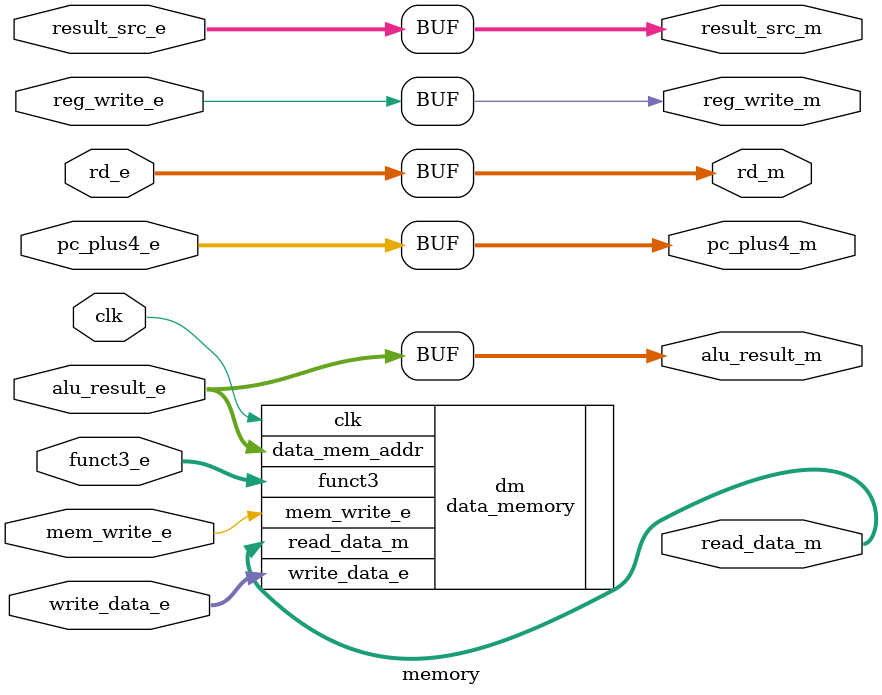
<source format=v>
module memory #(
    parameter ADDRESS_WIDTH = 32,
    parameter DATA_WIDTH = 32,
    parameter DMEM_SIZE = 64
    )(
    input clk, reg_write_e,
    input [1:0] result_src_e,
    input mem_write_e,
    input [14:12] funct3_e,

    input [DATA_WIDTH-1:0] alu_result_e, write_data_e,
    input [4:0] rd_e,
    input [ADDRESS_WIDTH-1:0] pc_plus4_e,

    output reg_write_m,
    output [1:0] result_src_m,
    output [DATA_WIDTH-1:0] alu_result_m,
    output [DATA_WIDTH-1:0] read_data_m,
    output [4:0] rd_m,
    output [ADDRESS_WIDTH-1:0] pc_plus4_m
);

data_memory #(
    .ADDRESS_WIDTH(ADDRESS_WIDTH),
    .DATA_WIDTH(DATA_WIDTH),
    .MEM_SIZE(DMEM_SIZE)
)
dm(
    .clk(clk),
    .mem_write_e(mem_write_e),
    .funct3(funct3_e),
    .data_mem_addr(alu_result_e),
    .write_data_e(write_data_e),
    .read_data_m(read_data_m)
);

assign reg_write_m = reg_write_e;
assign result_src_m = result_src_e;
assign alu_result_m = alu_result_e;
assign rd_m = rd_e;
assign pc_plus4_m = pc_plus4_e;

endmodule

</source>
